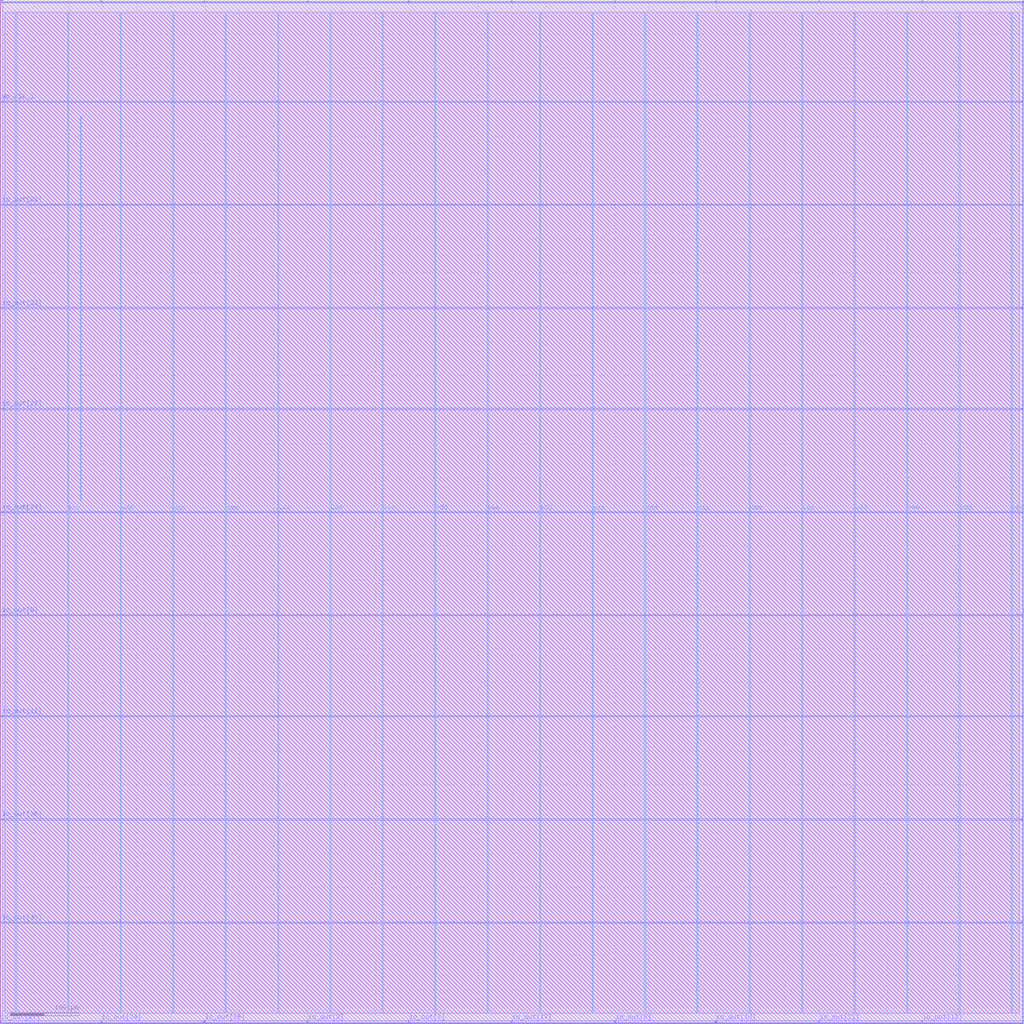
<source format=lef>
VERSION 5.7 ;
  NOWIREEXTENSIONATPIN ON ;
  DIVIDERCHAR "/" ;
  BUSBITCHARS "[]" ;
MACRO cntr_example
  CLASS BLOCK ;
  FOREIGN cntr_example ;
  ORIGIN 0.000 0.000 ;
  SIZE 1500.000 BY 1500.000 ;
  PIN io_out[0]
    DIRECTION OUTPUT TRISTATE ;
    USE SIGNAL ;
    PORT
      LAYER Metal2 ;
        RECT 900.200 1496.000 901.320 1499.000 ;
    END
  END io_out[0]
  PIN io_out[10]
    DIRECTION OUTPUT TRISTATE ;
    USE SIGNAL ;
    PORT
      LAYER Metal2 ;
        RECT 1048.040 1.000 1049.160 4.000 ;
    END
  END io_out[10]
  PIN io_out[11]
    DIRECTION OUTPUT TRISTATE ;
    USE SIGNAL ;
    PORT
      LAYER Metal3 ;
        RECT 1.000 449.960 4.000 451.080 ;
    END
  END io_out[11]
  PIN io_out[12]
    DIRECTION OUTPUT TRISTATE ;
    USE SIGNAL ;
    PORT
      LAYER Metal2 ;
        RECT 1350.440 1.000 1351.560 4.000 ;
    END
  END io_out[12]
  PIN io_out[13]
    DIRECTION OUTPUT TRISTATE ;
    USE SIGNAL ;
    PORT
      LAYER Metal3 ;
        RECT 1496.000 900.200 1499.000 901.320 ;
    END
  END io_out[13]
  PIN io_out[14]
    DIRECTION OUTPUT TRISTATE ;
    USE SIGNAL ;
    PORT
      LAYER Metal2 ;
        RECT 749.000 1496.000 750.120 1499.000 ;
    END
  END io_out[14]
  PIN io_out[15]
    DIRECTION OUTPUT TRISTATE ;
    USE SIGNAL ;
    PORT
      LAYER Metal2 ;
        RECT 147.560 1496.000 148.680 1499.000 ;
    END
  END io_out[15]
  PIN io_out[16]
    DIRECTION OUTPUT TRISTATE ;
    USE SIGNAL ;
    PORT
      LAYER Metal3 ;
        RECT 1496.000 147.560 1499.000 148.680 ;
    END
  END io_out[16]
  PIN io_out[17]
    DIRECTION OUTPUT TRISTATE ;
    USE SIGNAL ;
    PORT
      LAYER Metal2 ;
        RECT 749.000 1.000 750.120 4.000 ;
    END
  END io_out[17]
  PIN io_out[18]
    DIRECTION OUTPUT TRISTATE ;
    USE SIGNAL ;
    PORT
      LAYER Metal3 ;
        RECT 1496.000 1199.240 1499.000 1200.360 ;
    END
  END io_out[18]
  PIN io_out[19]
    DIRECTION OUTPUT TRISTATE ;
    USE SIGNAL ;
    PORT
      LAYER Metal3 ;
        RECT 1496.000 -0.280 1499.000 0.840 ;
    END
  END io_out[19]
  PIN io_out[1]
    DIRECTION OUTPUT TRISTATE ;
    USE SIGNAL ;
    PORT
      LAYER Metal2 ;
        RECT 1350.440 1496.000 1351.560 1499.000 ;
    END
  END io_out[1]
  PIN io_out[20]
    DIRECTION OUTPUT TRISTATE ;
    USE SIGNAL ;
    PORT
      LAYER Metal3 ;
        RECT 1.000 1199.240 4.000 1200.360 ;
    END
  END io_out[20]
  PIN io_out[21]
    DIRECTION OUTPUT TRISTATE ;
    USE SIGNAL ;
    PORT
      LAYER Metal2 ;
        RECT 298.760 1496.000 299.880 1499.000 ;
    END
  END io_out[21]
  PIN io_out[22]
    DIRECTION OUTPUT TRISTATE ;
    USE SIGNAL ;
    PORT
      LAYER Metal2 ;
        RECT 1048.040 1496.000 1049.160 1499.000 ;
    END
  END io_out[22]
  PIN io_out[23]
    DIRECTION OUTPUT TRISTATE ;
    USE SIGNAL ;
    PORT
      LAYER Metal3 ;
        RECT 1.000 1048.040 4.000 1049.160 ;
    END
  END io_out[23]
  PIN io_out[24]
    DIRECTION OUTPUT TRISTATE ;
    USE SIGNAL ;
    PORT
      LAYER Metal3 ;
        RECT 1.000 749.000 4.000 750.120 ;
    END
  END io_out[24]
  PIN io_out[25]
    DIRECTION OUTPUT TRISTATE ;
    USE SIGNAL ;
    PORT
      LAYER Metal3 ;
        RECT 1496.000 1048.040 1499.000 1049.160 ;
    END
  END io_out[25]
  PIN io_out[26]
    DIRECTION OUTPUT TRISTATE ;
    USE SIGNAL ;
    PORT
      LAYER Metal3 ;
        RECT 1.000 900.200 4.000 901.320 ;
    END
  END io_out[26]
  PIN io_out[27]
    DIRECTION OUTPUT TRISTATE ;
    USE SIGNAL ;
    PORT
      LAYER Metal2 ;
        RECT -0.280 1.000 0.840 4.000 ;
    END
  END io_out[27]
  PIN io_out[28]
    DIRECTION OUTPUT TRISTATE ;
    USE SIGNAL ;
    PORT
      LAYER Metal3 ;
        RECT 1.000 1498.280 4.000 1499.400 ;
    END
  END io_out[28]
  PIN io_out[29]
    DIRECTION OUTPUT TRISTATE ;
    USE SIGNAL ;
    PORT
      LAYER Metal3 ;
        RECT 1496.000 749.000 1499.000 750.120 ;
    END
  END io_out[29]
  PIN io_out[2]
    DIRECTION OUTPUT TRISTATE ;
    USE SIGNAL ;
    PORT
      LAYER Metal2 ;
        RECT 449.960 1.000 451.080 4.000 ;
    END
  END io_out[2]
  PIN io_out[30]
    DIRECTION OUTPUT TRISTATE ;
    USE SIGNAL ;
    PORT
      LAYER Metal3 ;
        RECT 1.000 147.560 4.000 148.680 ;
    END
  END io_out[30]
  PIN io_out[31]
    DIRECTION OUTPUT TRISTATE ;
    USE SIGNAL ;
    PORT
      LAYER Metal2 ;
        RECT 1199.240 1.000 1200.360 4.000 ;
    END
  END io_out[31]
  PIN io_out[32]
    DIRECTION OUTPUT TRISTATE ;
    USE SIGNAL ;
    PORT
      LAYER Metal2 ;
        RECT 1199.240 1496.000 1200.360 1499.000 ;
    END
  END io_out[32]
  PIN io_out[33]
    DIRECTION OUTPUT TRISTATE ;
    USE SIGNAL ;
    PORT
      LAYER Metal3 ;
        RECT 1496.000 298.760 1499.000 299.880 ;
    END
  END io_out[33]
  PIN io_out[34]
    DIRECTION OUTPUT TRISTATE ;
    USE SIGNAL ;
    PORT
      LAYER Metal2 ;
        RECT 147.560 1.000 148.680 4.000 ;
    END
  END io_out[34]
  PIN io_out[35]
    DIRECTION OUTPUT TRISTATE ;
    USE SIGNAL ;
    PORT
      LAYER Metal2 ;
        RECT 298.760 1.000 299.880 4.000 ;
    END
  END io_out[35]
  PIN io_out[36]
    DIRECTION OUTPUT TRISTATE ;
    USE SIGNAL ;
    PORT
      LAYER Metal3 ;
        RECT 1.000 298.760 4.000 299.880 ;
    END
  END io_out[36]
  PIN io_out[37]
    DIRECTION OUTPUT TRISTATE ;
    USE SIGNAL ;
    PORT
      LAYER Metal3 ;
        RECT 1496.000 449.960 1499.000 451.080 ;
    END
  END io_out[37]
  PIN io_out[3]
    DIRECTION OUTPUT TRISTATE ;
    USE SIGNAL ;
    PORT
      LAYER Metal2 ;
        RECT 597.800 1.000 598.920 4.000 ;
    END
  END io_out[3]
  PIN io_out[4]
    DIRECTION OUTPUT TRISTATE ;
    USE SIGNAL ;
    PORT
      LAYER Metal3 ;
        RECT 1496.000 1350.440 1499.000 1351.560 ;
    END
  END io_out[4]
  PIN io_out[5]
    DIRECTION OUTPUT TRISTATE ;
    USE SIGNAL ;
    PORT
      LAYER Metal2 ;
        RECT 1498.280 1496.000 1499.400 1499.000 ;
    END
  END io_out[5]
  PIN io_out[6]
    DIRECTION OUTPUT TRISTATE ;
    USE SIGNAL ;
    PORT
      LAYER Metal2 ;
        RECT 449.960 1496.000 451.080 1499.000 ;
    END
  END io_out[6]
  PIN io_out[7]
    DIRECTION OUTPUT TRISTATE ;
    USE SIGNAL ;
    PORT
      LAYER Metal2 ;
        RECT 597.800 1496.000 598.920 1499.000 ;
    END
  END io_out[7]
  PIN io_out[8]
    DIRECTION OUTPUT TRISTATE ;
    USE SIGNAL ;
    PORT
      LAYER Metal2 ;
        RECT 900.200 1.000 901.320 4.000 ;
    END
  END io_out[8]
  PIN io_out[9]
    DIRECTION OUTPUT TRISTATE ;
    USE SIGNAL ;
    PORT
      LAYER Metal3 ;
        RECT 1.000 597.800 4.000 598.920 ;
    END
  END io_out[9]
  PIN vdd
    DIRECTION INOUT ;
    USE POWER ;
    PORT
      LAYER Metal4 ;
        RECT 22.240 15.380 23.840 1482.060 ;
    END
    PORT
      LAYER Metal4 ;
        RECT 175.840 15.380 177.440 1482.060 ;
    END
    PORT
      LAYER Metal4 ;
        RECT 329.440 15.380 331.040 1482.060 ;
    END
    PORT
      LAYER Metal4 ;
        RECT 483.040 15.380 484.640 1482.060 ;
    END
    PORT
      LAYER Metal4 ;
        RECT 636.640 15.380 638.240 1482.060 ;
    END
    PORT
      LAYER Metal4 ;
        RECT 790.240 15.380 791.840 1482.060 ;
    END
    PORT
      LAYER Metal4 ;
        RECT 943.840 15.380 945.440 1482.060 ;
    END
    PORT
      LAYER Metal4 ;
        RECT 1097.440 15.380 1099.040 1482.060 ;
    END
    PORT
      LAYER Metal4 ;
        RECT 1251.040 15.380 1252.640 1482.060 ;
    END
    PORT
      LAYER Metal4 ;
        RECT 1404.640 15.380 1406.240 1482.060 ;
    END
  END vdd
  PIN vss
    DIRECTION INOUT ;
    USE GROUND ;
    PORT
      LAYER Metal4 ;
        RECT 99.040 15.380 100.640 1482.060 ;
    END
    PORT
      LAYER Metal4 ;
        RECT 252.640 15.380 254.240 1482.060 ;
    END
    PORT
      LAYER Metal4 ;
        RECT 406.240 15.380 407.840 1482.060 ;
    END
    PORT
      LAYER Metal4 ;
        RECT 559.840 15.380 561.440 1482.060 ;
    END
    PORT
      LAYER Metal4 ;
        RECT 713.440 15.380 715.040 1482.060 ;
    END
    PORT
      LAYER Metal4 ;
        RECT 867.040 15.380 868.640 1482.060 ;
    END
    PORT
      LAYER Metal4 ;
        RECT 1020.640 15.380 1022.240 1482.060 ;
    END
    PORT
      LAYER Metal4 ;
        RECT 1174.240 15.380 1175.840 1482.060 ;
    END
    PORT
      LAYER Metal4 ;
        RECT 1327.840 15.380 1329.440 1482.060 ;
    END
    PORT
      LAYER Metal4 ;
        RECT 1481.440 15.380 1483.040 1482.060 ;
    END
  END vss
  PIN wb_clk_i
    DIRECTION INPUT ;
    USE SIGNAL ;
    PORT
      LAYER Metal3 ;
        RECT 1.000 1350.440 4.000 1351.560 ;
    END
  END wb_clk_i
  PIN wb_rst_i
    DIRECTION INPUT ;
    USE SIGNAL ;
    PORT
      LAYER Metal3 ;
        RECT 1496.000 597.800 1499.000 598.920 ;
    END
  END wb_rst_i
  OBS
      LAYER Metal1 ;
        RECT 6.720 15.380 1492.960 1482.060 ;
      LAYER Metal2 ;
        RECT 0.700 1495.700 147.260 1496.740 ;
        RECT 148.980 1495.700 298.460 1496.740 ;
        RECT 300.180 1495.700 449.660 1496.740 ;
        RECT 451.380 1495.700 597.500 1496.740 ;
        RECT 599.220 1495.700 748.700 1496.740 ;
        RECT 750.420 1495.700 899.900 1496.740 ;
        RECT 901.620 1495.700 1047.740 1496.740 ;
        RECT 1049.460 1495.700 1198.940 1496.740 ;
        RECT 1200.660 1495.700 1350.140 1496.740 ;
        RECT 1351.860 1495.700 1497.980 1496.740 ;
        RECT 0.700 4.300 1498.420 1495.700 ;
        RECT 1.140 0.700 147.260 4.300 ;
        RECT 148.980 0.700 298.460 4.300 ;
        RECT 300.180 0.700 449.660 4.300 ;
        RECT 451.380 0.700 597.500 4.300 ;
        RECT 599.220 0.700 748.700 4.300 ;
        RECT 750.420 0.700 899.900 4.300 ;
        RECT 901.620 0.700 1047.740 4.300 ;
        RECT 1049.460 0.700 1198.940 4.300 ;
        RECT 1200.660 0.700 1350.140 4.300 ;
        RECT 1351.860 0.700 1498.420 4.300 ;
        RECT 0.700 0.650 1498.420 0.700 ;
      LAYER Metal3 ;
        RECT 4.300 1497.980 1498.470 1498.420 ;
        RECT 3.500 1351.860 1498.470 1497.980 ;
        RECT 4.300 1350.140 1495.700 1351.860 ;
        RECT 3.500 1200.660 1498.470 1350.140 ;
        RECT 4.300 1198.940 1495.700 1200.660 ;
        RECT 3.500 1049.460 1498.470 1198.940 ;
        RECT 4.300 1047.740 1495.700 1049.460 ;
        RECT 3.500 901.620 1498.470 1047.740 ;
        RECT 4.300 899.900 1495.700 901.620 ;
        RECT 3.500 750.420 1498.470 899.900 ;
        RECT 4.300 748.700 1495.700 750.420 ;
        RECT 3.500 599.220 1498.470 748.700 ;
        RECT 4.300 597.500 1495.700 599.220 ;
        RECT 3.500 451.380 1498.470 597.500 ;
        RECT 4.300 449.660 1495.700 451.380 ;
        RECT 3.500 300.180 1498.470 449.660 ;
        RECT 4.300 298.460 1495.700 300.180 ;
        RECT 3.500 148.980 1498.470 298.460 ;
        RECT 4.300 147.260 1495.700 148.980 ;
        RECT 3.500 1.140 1498.470 147.260 ;
        RECT 3.500 0.700 1495.700 1.140 ;
      LAYER Metal4 ;
        RECT 118.300 765.610 118.580 1330.470 ;
  END
END cntr_example
END LIBRARY


</source>
